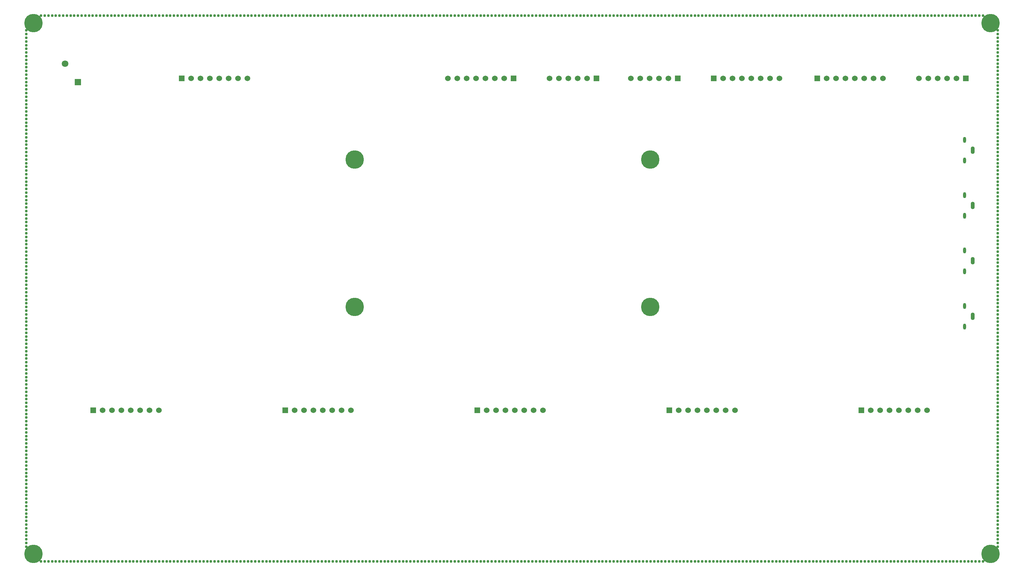
<source format=gbr>
%TF.GenerationSoftware,Altium Limited,Altium Designer,20.0.13 (296)*%
G04 Layer_Color=255*
%FSLAX26Y26*%
%MOIN*%
%TF.FileFunction,Pads,Bot*%
%TF.Part,Single*%
G01*
G75*
%TA.AperFunction,ComponentPad*%
%ADD35O,0.043307X0.078740*%
%ADD36O,0.031496X0.062992*%
%ADD37R,0.060000X0.060000*%
%ADD38C,0.060000*%
%ADD39R,0.070866X0.070866*%
%ADD40C,0.070866*%
%TA.AperFunction,ViaPad*%
%ADD41C,0.029528*%
%ADD42C,0.196850*%
D35*
X10125984Y2657480D02*
D03*
Y3248032D02*
D03*
Y3838583D02*
D03*
Y4429134D02*
D03*
D36*
X10039370Y2767716D02*
D03*
Y2547244D02*
D03*
Y3358268D02*
D03*
Y3137795D02*
D03*
Y3948819D02*
D03*
Y3728347D02*
D03*
Y4539370D02*
D03*
Y4318898D02*
D03*
D37*
X6982283Y5196850D02*
D03*
X6116142D02*
D03*
X5231890D02*
D03*
X10053150D02*
D03*
X8468898D02*
D03*
X7366535D02*
D03*
X2799606Y1653543D02*
D03*
X4846850D02*
D03*
X6894095D02*
D03*
X8941339D02*
D03*
X752362D02*
D03*
X1697244Y5196850D02*
D03*
D38*
X6882283D02*
D03*
X6782283D02*
D03*
X6682283D02*
D03*
X6582283D02*
D03*
X6482283D02*
D03*
X6016142D02*
D03*
X5916142D02*
D03*
X5816142D02*
D03*
X5716142D02*
D03*
X5616142D02*
D03*
X5131890D02*
D03*
X5031890D02*
D03*
X4931890D02*
D03*
X4831890D02*
D03*
X4731890D02*
D03*
X4631890D02*
D03*
X4531890D02*
D03*
X9953150D02*
D03*
X9853150D02*
D03*
X9753150D02*
D03*
X9653150D02*
D03*
X9553150D02*
D03*
X8568898D02*
D03*
X8668898D02*
D03*
X8768898D02*
D03*
X8868898D02*
D03*
X8968898D02*
D03*
X9068898D02*
D03*
X9168898D02*
D03*
X7466535D02*
D03*
X7566535D02*
D03*
X7666535D02*
D03*
X7766535D02*
D03*
X7866535D02*
D03*
X7966535D02*
D03*
X8066535D02*
D03*
X2899606Y1653543D02*
D03*
X2999606D02*
D03*
X3099606D02*
D03*
X3199606D02*
D03*
X3299606D02*
D03*
X3399606D02*
D03*
X3499606D02*
D03*
X4946850D02*
D03*
X5046850D02*
D03*
X5146850D02*
D03*
X5246850D02*
D03*
X5346850D02*
D03*
X5446850D02*
D03*
X5546850D02*
D03*
X6994095D02*
D03*
X7094095D02*
D03*
X7194095D02*
D03*
X7294095D02*
D03*
X7394095D02*
D03*
X7494095D02*
D03*
X7594095D02*
D03*
X9041339D02*
D03*
X9141339D02*
D03*
X9241339D02*
D03*
X9341339D02*
D03*
X9441339D02*
D03*
X9541339D02*
D03*
X9641339D02*
D03*
X852362D02*
D03*
X952362D02*
D03*
X1052362D02*
D03*
X1152362D02*
D03*
X1252362D02*
D03*
X1352362D02*
D03*
X1452362D02*
D03*
X1797244Y5196850D02*
D03*
X1897244D02*
D03*
X1997244D02*
D03*
X2097244D02*
D03*
X2197244D02*
D03*
X2297244D02*
D03*
X2397244D02*
D03*
D39*
X590551Y5157480D02*
D03*
D40*
X452756Y5354331D02*
D03*
D41*
X10236206Y5866142D02*
D03*
X10196835D02*
D03*
X10157466D02*
D03*
X9881876D02*
D03*
X9921246D02*
D03*
X9960615D02*
D03*
X9999986D02*
D03*
X10039355D02*
D03*
X9842505D02*
D03*
X9803136D02*
D03*
X9763765D02*
D03*
X9724396D02*
D03*
X9685025D02*
D03*
X10118095D02*
D03*
X10078726D02*
D03*
X10236206Y39370D02*
D03*
X10196836D02*
D03*
X10157466D02*
D03*
X9881876D02*
D03*
X9921246D02*
D03*
X9960616D02*
D03*
X9999986D02*
D03*
X10039356D02*
D03*
X9842506D02*
D03*
X9803136D02*
D03*
X9763766D02*
D03*
X9724396D02*
D03*
X9685026D02*
D03*
X10118096D02*
D03*
X10078726D02*
D03*
X39370Y5354322D02*
D03*
Y5314952D02*
D03*
Y5275582D02*
D03*
Y5708651D02*
D03*
Y5669282D02*
D03*
Y5629912D02*
D03*
Y5590542D02*
D03*
Y5393691D02*
D03*
Y5433061D02*
D03*
Y5472431D02*
D03*
Y5511801D02*
D03*
Y5551172D02*
D03*
Y5236212D02*
D03*
Y4999992D02*
D03*
Y4960622D02*
D03*
Y4921252D02*
D03*
Y4881882D02*
D03*
Y4842511D02*
D03*
Y5039361D02*
D03*
Y5078731D02*
D03*
Y5118101D02*
D03*
Y5157471D02*
D03*
Y5196842D02*
D03*
Y4724401D02*
D03*
Y4763771D02*
D03*
Y4803141D02*
D03*
Y3858262D02*
D03*
Y3818892D02*
D03*
Y3779521D02*
D03*
Y4251962D02*
D03*
Y4212592D02*
D03*
Y4173221D02*
D03*
Y4133851D02*
D03*
Y4094481D02*
D03*
Y3897631D02*
D03*
Y3937001D02*
D03*
Y3976372D02*
D03*
Y4015742D02*
D03*
Y4055111D02*
D03*
Y4448811D02*
D03*
Y4409441D02*
D03*
Y4370072D02*
D03*
Y4330702D02*
D03*
Y4291332D02*
D03*
Y4488181D02*
D03*
Y4527551D02*
D03*
Y4566922D02*
D03*
Y4606292D02*
D03*
Y4685032D02*
D03*
Y4645662D02*
D03*
X10393701Y5354326D02*
D03*
Y5314956D02*
D03*
Y5275586D02*
D03*
Y5708656D02*
D03*
Y5669286D02*
D03*
Y5629916D02*
D03*
Y5590546D02*
D03*
Y5393696D02*
D03*
Y5433066D02*
D03*
Y5472436D02*
D03*
Y5511806D02*
D03*
Y5551176D02*
D03*
Y5236216D02*
D03*
Y4999996D02*
D03*
Y4960626D02*
D03*
Y4921256D02*
D03*
Y4881886D02*
D03*
Y4842516D02*
D03*
Y5039366D02*
D03*
Y5078736D02*
D03*
Y5118106D02*
D03*
Y5157476D02*
D03*
Y5196846D02*
D03*
Y4724406D02*
D03*
Y4763776D02*
D03*
Y4803146D02*
D03*
Y3858266D02*
D03*
Y3818896D02*
D03*
Y3779526D02*
D03*
Y4251966D02*
D03*
Y4212596D02*
D03*
Y4173226D02*
D03*
Y4133856D02*
D03*
Y4094486D02*
D03*
Y3897636D02*
D03*
Y3937006D02*
D03*
Y3976376D02*
D03*
Y4015746D02*
D03*
Y4055116D02*
D03*
Y4448816D02*
D03*
Y4409446D02*
D03*
Y4370076D02*
D03*
Y4330706D02*
D03*
Y4291336D02*
D03*
Y4488186D02*
D03*
Y4527556D02*
D03*
Y4566926D02*
D03*
Y4606296D02*
D03*
Y4685036D02*
D03*
Y4645666D02*
D03*
X9606286Y39370D02*
D03*
X9645656D02*
D03*
X9212586D02*
D03*
X9251956D02*
D03*
X9291326D02*
D03*
X9330696D02*
D03*
X9370066D02*
D03*
X9566916D02*
D03*
X9527546D02*
D03*
X9488176D02*
D03*
X9448806D02*
D03*
X9409436D02*
D03*
X8818886D02*
D03*
X8858256D02*
D03*
X8897626D02*
D03*
X8936996D02*
D03*
X8976366D02*
D03*
X9173216D02*
D03*
X9133846D02*
D03*
X9094476D02*
D03*
X9055106D02*
D03*
X9015736D02*
D03*
X8582666D02*
D03*
X8779516D02*
D03*
X8740146D02*
D03*
X8700776D02*
D03*
X8661406D02*
D03*
X8622036D02*
D03*
X8188966D02*
D03*
X8228336D02*
D03*
X8267706D02*
D03*
X8307076D02*
D03*
X8346446D02*
D03*
X8543296D02*
D03*
X8503926D02*
D03*
X8464556D02*
D03*
X8425186D02*
D03*
X8385816D02*
D03*
X7795266D02*
D03*
X7834636D02*
D03*
X7874006D02*
D03*
X7913376D02*
D03*
X7952746D02*
D03*
X8149596D02*
D03*
X8110226D02*
D03*
X8070856D02*
D03*
X8031486D02*
D03*
X7992116D02*
D03*
X7401566D02*
D03*
X7440936D02*
D03*
X7480306D02*
D03*
X7519676D02*
D03*
X7559046D02*
D03*
X7755896D02*
D03*
X7716526D02*
D03*
X7677156D02*
D03*
X7637786D02*
D03*
X7598416D02*
D03*
X7165346D02*
D03*
X7362196D02*
D03*
X7322826D02*
D03*
X7283456D02*
D03*
X7244086D02*
D03*
X7204716D02*
D03*
X6771646D02*
D03*
X6811016D02*
D03*
X6850386D02*
D03*
X6889756D02*
D03*
X6929126D02*
D03*
X7125976D02*
D03*
X7086606D02*
D03*
X7047236D02*
D03*
X7007866D02*
D03*
X6968496D02*
D03*
X6377946D02*
D03*
X6417316D02*
D03*
X6456686D02*
D03*
X6496056D02*
D03*
X6535426D02*
D03*
X6732276D02*
D03*
X6692906D02*
D03*
X6653536D02*
D03*
X6614166D02*
D03*
X6574796D02*
D03*
X5984246D02*
D03*
X6023616D02*
D03*
X6062986D02*
D03*
X6102356D02*
D03*
X6141726D02*
D03*
X6338576D02*
D03*
X6299206D02*
D03*
X6259836D02*
D03*
X6220466D02*
D03*
X6181096D02*
D03*
X5748026D02*
D03*
X5944876D02*
D03*
X5905506D02*
D03*
X5866136D02*
D03*
X5826766D02*
D03*
X5787396D02*
D03*
X9606285Y5866142D02*
D03*
X9645656D02*
D03*
X9212585D02*
D03*
X9251956D02*
D03*
X9291326D02*
D03*
X9330695D02*
D03*
X9370066D02*
D03*
X9566915D02*
D03*
X9527546D02*
D03*
X9488175D02*
D03*
X9448806D02*
D03*
X9409435D02*
D03*
X8818886D02*
D03*
X8858255D02*
D03*
X8897626D02*
D03*
X8936996D02*
D03*
X8976365D02*
D03*
X9173216D02*
D03*
X9133845D02*
D03*
X9094476D02*
D03*
X9055105D02*
D03*
X9015736D02*
D03*
X8582665D02*
D03*
X8779515D02*
D03*
X8740146D02*
D03*
X8700775D02*
D03*
X8661406D02*
D03*
X8622035D02*
D03*
X8188966D02*
D03*
X8228335D02*
D03*
X8267706D02*
D03*
X8307076D02*
D03*
X8346445D02*
D03*
X8543296D02*
D03*
X8503925D02*
D03*
X8464556D02*
D03*
X8425185D02*
D03*
X8385816D02*
D03*
X7795266D02*
D03*
X7834636D02*
D03*
X7874006D02*
D03*
X7913376D02*
D03*
X7952745D02*
D03*
X8149596D02*
D03*
X8110225D02*
D03*
X8070855D02*
D03*
X8031485D02*
D03*
X7992115D02*
D03*
X7401565D02*
D03*
X7440935D02*
D03*
X7480306D02*
D03*
X7519676D02*
D03*
X7559046D02*
D03*
X7755895D02*
D03*
X7716525D02*
D03*
X7677155D02*
D03*
X7637785D02*
D03*
X7598416D02*
D03*
X7165346D02*
D03*
X7362195D02*
D03*
X7322825D02*
D03*
X7283456D02*
D03*
X7244086D02*
D03*
X7204716D02*
D03*
X6771645D02*
D03*
X6811016D02*
D03*
X6850386D02*
D03*
X6889756D02*
D03*
X6929126D02*
D03*
X7125975D02*
D03*
X7086605D02*
D03*
X7047235D02*
D03*
X7007865D02*
D03*
X6968495D02*
D03*
X6377945D02*
D03*
X6417315D02*
D03*
X6456685D02*
D03*
X6496056D02*
D03*
X6535426D02*
D03*
X6732275D02*
D03*
X6692905D02*
D03*
X6653535D02*
D03*
X6614166D02*
D03*
X6574796D02*
D03*
X5984245D02*
D03*
X6023615D02*
D03*
X6062985D02*
D03*
X6102355D02*
D03*
X6141725D02*
D03*
X6338575D02*
D03*
X6299206D02*
D03*
X6259836D02*
D03*
X6220466D02*
D03*
X6181096D02*
D03*
X5748025D02*
D03*
X5944876D02*
D03*
X5905506D02*
D03*
X5866136D02*
D03*
X5826766D02*
D03*
X5787395D02*
D03*
X39370Y196851D02*
D03*
Y433072D02*
D03*
Y472442D02*
D03*
Y511812D02*
D03*
Y551182D02*
D03*
Y590552D02*
D03*
Y393702D02*
D03*
Y354332D02*
D03*
Y314962D02*
D03*
Y275591D02*
D03*
Y236221D02*
D03*
Y708662D02*
D03*
Y669292D02*
D03*
Y629922D02*
D03*
Y3543302D02*
D03*
Y3582671D02*
D03*
Y3622041D02*
D03*
Y3661412D02*
D03*
Y3700782D02*
D03*
Y3740151D02*
D03*
Y3149602D02*
D03*
Y3188972D02*
D03*
Y3228341D02*
D03*
Y3267711D02*
D03*
Y3307081D02*
D03*
Y3503932D02*
D03*
Y3464561D02*
D03*
Y3425191D02*
D03*
Y3385822D02*
D03*
Y3346452D02*
D03*
Y2755901D02*
D03*
Y2795271D02*
D03*
Y2834642D02*
D03*
Y2874012D02*
D03*
Y2913381D02*
D03*
Y3110231D02*
D03*
Y3070861D02*
D03*
Y3031492D02*
D03*
Y2992122D02*
D03*
Y2952751D02*
D03*
Y2362202D02*
D03*
Y2401572D02*
D03*
Y2440941D02*
D03*
Y2480311D02*
D03*
Y2519682D02*
D03*
Y2716532D02*
D03*
Y2677162D02*
D03*
Y2637791D02*
D03*
Y2598421D02*
D03*
Y2559052D02*
D03*
Y1968502D02*
D03*
Y2007871D02*
D03*
Y2047242D02*
D03*
Y2086611D02*
D03*
Y2125981D02*
D03*
Y2322831D02*
D03*
Y2283461D02*
D03*
Y2244091D02*
D03*
Y2204722D02*
D03*
Y2165352D02*
D03*
Y1574802D02*
D03*
Y1614171D02*
D03*
Y1653542D02*
D03*
Y1692911D02*
D03*
Y1732282D02*
D03*
Y1929131D02*
D03*
Y1889762D02*
D03*
Y1850391D02*
D03*
Y1811022D02*
D03*
Y1771651D02*
D03*
Y1181101D02*
D03*
Y1220472D02*
D03*
Y1259841D02*
D03*
Y1299211D02*
D03*
Y1338582D02*
D03*
Y1535431D02*
D03*
Y1496062D02*
D03*
Y1456691D02*
D03*
Y1417322D02*
D03*
Y1377951D02*
D03*
Y984251D02*
D03*
Y1023621D02*
D03*
Y1062992D02*
D03*
Y1102361D02*
D03*
Y1141732D02*
D03*
Y944881D02*
D03*
Y905511D02*
D03*
Y866141D02*
D03*
Y826771D02*
D03*
Y748032D02*
D03*
Y787402D02*
D03*
X10393701Y3149606D02*
D03*
Y3188976D02*
D03*
Y3110236D02*
D03*
Y3070866D02*
D03*
Y3031496D02*
D03*
Y2992126D02*
D03*
Y2795276D02*
D03*
Y2834646D02*
D03*
Y2874016D02*
D03*
Y2913386D02*
D03*
Y2952756D02*
D03*
Y2559056D02*
D03*
Y2519686D02*
D03*
Y2480316D02*
D03*
Y2440946D02*
D03*
Y2401576D02*
D03*
Y2598426D02*
D03*
Y2637796D02*
D03*
Y2677166D02*
D03*
Y2716536D02*
D03*
Y2755906D02*
D03*
Y2165356D02*
D03*
Y2125986D02*
D03*
Y2086616D02*
D03*
Y2047246D02*
D03*
Y2007876D02*
D03*
Y2204726D02*
D03*
Y2244096D02*
D03*
Y2283466D02*
D03*
Y2322836D02*
D03*
Y2362206D02*
D03*
Y1771656D02*
D03*
Y1732286D02*
D03*
Y1692916D02*
D03*
Y1653546D02*
D03*
Y1614176D02*
D03*
Y1811026D02*
D03*
Y1850396D02*
D03*
Y1889766D02*
D03*
Y1929136D02*
D03*
Y1968506D02*
D03*
Y1377956D02*
D03*
Y1338586D02*
D03*
Y1299216D02*
D03*
Y1259846D02*
D03*
Y1220476D02*
D03*
Y1417326D02*
D03*
Y1456696D02*
D03*
Y1496066D02*
D03*
Y1535436D02*
D03*
Y1574806D02*
D03*
Y984256D02*
D03*
Y944886D02*
D03*
Y905516D02*
D03*
Y866146D02*
D03*
Y826776D02*
D03*
Y1023626D02*
D03*
Y1062996D02*
D03*
Y1102366D02*
D03*
Y1141736D02*
D03*
Y1181106D02*
D03*
Y590556D02*
D03*
Y551186D02*
D03*
Y511816D02*
D03*
Y472446D02*
D03*
Y433076D02*
D03*
Y629926D02*
D03*
Y669296D02*
D03*
Y708666D02*
D03*
Y748036D02*
D03*
Y787406D02*
D03*
Y196856D02*
D03*
Y236226D02*
D03*
Y275596D02*
D03*
Y314966D02*
D03*
Y354336D02*
D03*
Y393706D02*
D03*
Y3307086D02*
D03*
Y3267716D02*
D03*
Y3228346D02*
D03*
Y3700786D02*
D03*
Y3661416D02*
D03*
Y3622046D02*
D03*
Y3582676D02*
D03*
Y3543306D02*
D03*
Y3346456D02*
D03*
Y3385826D02*
D03*
Y3425196D02*
D03*
Y3464566D02*
D03*
Y3503936D02*
D03*
Y3740156D02*
D03*
X2755905Y5866142D02*
D03*
X2716535D02*
D03*
X2795276D02*
D03*
X2834646D02*
D03*
X2874015D02*
D03*
X2913385D02*
D03*
X3110235D02*
D03*
X3070865D02*
D03*
X3031495D02*
D03*
X2992126D02*
D03*
X2952756D02*
D03*
X3346456D02*
D03*
X3385825D02*
D03*
X3425195D02*
D03*
X3464566D02*
D03*
X3503936D02*
D03*
X3307086D02*
D03*
X3267715D02*
D03*
X3228345D02*
D03*
X3188976D02*
D03*
X3149606D02*
D03*
X3740155D02*
D03*
X3779526D02*
D03*
X3818896D02*
D03*
X3858265D02*
D03*
X3897635D02*
D03*
X3700785D02*
D03*
X3661416D02*
D03*
X3622046D02*
D03*
X3582675D02*
D03*
X3543305D02*
D03*
X4133855D02*
D03*
X4173225D02*
D03*
X4212596D02*
D03*
X4251966D02*
D03*
X4291336D02*
D03*
X4094485D02*
D03*
X4055115D02*
D03*
X4015745D02*
D03*
X3976376D02*
D03*
X3937006D02*
D03*
X4527556D02*
D03*
X4566926D02*
D03*
X4606296D02*
D03*
X4645666D02*
D03*
X4685035D02*
D03*
X4488185D02*
D03*
X4448815D02*
D03*
X4409445D02*
D03*
X4370075D02*
D03*
X4330706D02*
D03*
X4921256D02*
D03*
X4960626D02*
D03*
X4999995D02*
D03*
X5039365D02*
D03*
X5078735D02*
D03*
X4881886D02*
D03*
X4842516D02*
D03*
X4803145D02*
D03*
X4763775D02*
D03*
X4724405D02*
D03*
X5314956D02*
D03*
X5354325D02*
D03*
X5393695D02*
D03*
X5433065D02*
D03*
X5472435D02*
D03*
X5275586D02*
D03*
X5236216D02*
D03*
X5196846D02*
D03*
X5157475D02*
D03*
X5118105D02*
D03*
X5708655D02*
D03*
X5669285D02*
D03*
X5629916D02*
D03*
X5590546D02*
D03*
X5551176D02*
D03*
X5511806D02*
D03*
X2598425D02*
D03*
X2637796D02*
D03*
X2677166D02*
D03*
X2204726D02*
D03*
X2244095D02*
D03*
X2283465D02*
D03*
X2322836D02*
D03*
X2362206D02*
D03*
X2559055D02*
D03*
X2519686D02*
D03*
X2480316D02*
D03*
X2440945D02*
D03*
X2401575D02*
D03*
X2007876D02*
D03*
X2047245D02*
D03*
X2086615D02*
D03*
X2125985D02*
D03*
X2165356D02*
D03*
X1968505D02*
D03*
X1929136D02*
D03*
X1889765D02*
D03*
X1850396D02*
D03*
X1771656D02*
D03*
X1811025D02*
D03*
X1653545D02*
D03*
X1692916D02*
D03*
X1732285D02*
D03*
X1259845D02*
D03*
X1299216D02*
D03*
X1338585D02*
D03*
X1377956D02*
D03*
X1417325D02*
D03*
X1614176D02*
D03*
X1574805D02*
D03*
X1535436D02*
D03*
X1496065D02*
D03*
X1456696D02*
D03*
X1062995D02*
D03*
X1102366D02*
D03*
X1141736D02*
D03*
X1181105D02*
D03*
X1220476D02*
D03*
X1023625D02*
D03*
X984255D02*
D03*
X944885D02*
D03*
X905515D02*
D03*
X826775D02*
D03*
X866145D02*
D03*
X708665D02*
D03*
X748035D02*
D03*
X787405D02*
D03*
X314966D02*
D03*
X354336D02*
D03*
X393705D02*
D03*
X433075D02*
D03*
X472445D02*
D03*
X669295D02*
D03*
X629926D02*
D03*
X590556D02*
D03*
X551186D02*
D03*
X511815D02*
D03*
X196856D02*
D03*
X236226D02*
D03*
X275596D02*
D03*
X5629916Y39370D02*
D03*
X5669286D02*
D03*
X5708656D02*
D03*
X5393696D02*
D03*
X5354326D02*
D03*
X5314956D02*
D03*
X5275586D02*
D03*
X5236216D02*
D03*
X5433066D02*
D03*
X5472436D02*
D03*
X5511806D02*
D03*
X5551176D02*
D03*
X5590546D02*
D03*
X5118106D02*
D03*
X5157476D02*
D03*
X5196846D02*
D03*
X5039366D02*
D03*
X5078736D02*
D03*
X4999996D02*
D03*
X4960626D02*
D03*
X4921256D02*
D03*
X4881886D02*
D03*
X4685036D02*
D03*
X4724406D02*
D03*
X4763776D02*
D03*
X4803146D02*
D03*
X4842516D02*
D03*
X4448816D02*
D03*
X4409446D02*
D03*
X4370076D02*
D03*
X4330706D02*
D03*
X4291336D02*
D03*
X4488186D02*
D03*
X4527556D02*
D03*
X4566926D02*
D03*
X4606296D02*
D03*
X4645666D02*
D03*
X4173226D02*
D03*
X4212596D02*
D03*
X4251966D02*
D03*
X4094486D02*
D03*
X4133856D02*
D03*
X4055116D02*
D03*
X4015746D02*
D03*
X3976376D02*
D03*
X3937006D02*
D03*
X3740156D02*
D03*
X3779526D02*
D03*
X3818896D02*
D03*
X3858266D02*
D03*
X3897636D02*
D03*
X3503936D02*
D03*
X3464566D02*
D03*
X3425196D02*
D03*
X3385826D02*
D03*
X3346456D02*
D03*
X3543306D02*
D03*
X3582676D02*
D03*
X3622046D02*
D03*
X3661416D02*
D03*
X3700786D02*
D03*
X3228346D02*
D03*
X3267716D02*
D03*
X3307086D02*
D03*
X393706D02*
D03*
X354336D02*
D03*
X314966D02*
D03*
X275596D02*
D03*
X236226D02*
D03*
X196856D02*
D03*
X787406D02*
D03*
X748036D02*
D03*
X708666D02*
D03*
X669296D02*
D03*
X629926D02*
D03*
X433076D02*
D03*
X472446D02*
D03*
X511816D02*
D03*
X551186D02*
D03*
X590556D02*
D03*
X1181106D02*
D03*
X1141736D02*
D03*
X1102366D02*
D03*
X1062996D02*
D03*
X1023626D02*
D03*
X826776D02*
D03*
X866146D02*
D03*
X905516D02*
D03*
X944886D02*
D03*
X984256D02*
D03*
X1574806D02*
D03*
X1535436D02*
D03*
X1496066D02*
D03*
X1456696D02*
D03*
X1417326D02*
D03*
X1220476D02*
D03*
X1259846D02*
D03*
X1299216D02*
D03*
X1338586D02*
D03*
X1377956D02*
D03*
X1968506D02*
D03*
X1929136D02*
D03*
X1889766D02*
D03*
X1850396D02*
D03*
X1811026D02*
D03*
X1614176D02*
D03*
X1653546D02*
D03*
X1692916D02*
D03*
X1732286D02*
D03*
X1771656D02*
D03*
X2362206D02*
D03*
X2322836D02*
D03*
X2283466D02*
D03*
X2244096D02*
D03*
X2204726D02*
D03*
X2007876D02*
D03*
X2047246D02*
D03*
X2086616D02*
D03*
X2125986D02*
D03*
X2165356D02*
D03*
X2755906D02*
D03*
X2716536D02*
D03*
X2677166D02*
D03*
X2637796D02*
D03*
X2598426D02*
D03*
X2401576D02*
D03*
X2440946D02*
D03*
X2480316D02*
D03*
X2519686D02*
D03*
X2559056D02*
D03*
X2952756D02*
D03*
X2913386D02*
D03*
X2874016D02*
D03*
X2834646D02*
D03*
X2795276D02*
D03*
X2992126D02*
D03*
X3031496D02*
D03*
X3070866D02*
D03*
X3110236D02*
D03*
X3188976D02*
D03*
X3149606D02*
D03*
D42*
X10314961Y118110D02*
D03*
Y5787402D02*
D03*
X118110D02*
D03*
Y118110D02*
D03*
X3540122Y2755905D02*
D03*
Y4330709D02*
D03*
X6689728Y2755905D02*
D03*
Y4330709D02*
D03*
%TF.MD5,3eeaab3d5055c807022dcb36e1af8b88*%
M02*

</source>
